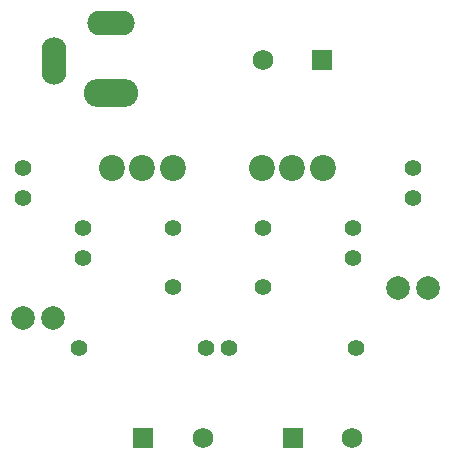
<source format=gts>
G04*
G04 #@! TF.GenerationSoftware,Altium Limited,Altium Designer,21.1.1 (26)*
G04*
G04 Layer_Color=8388736*
%FSLAX42Y42*%
%MOMM*%
G71*
G04*
G04 #@! TF.SameCoordinates,6A6C3286-DEE6-4DC7-8DC0-AF2A02889E3F*
G04*
G04*
G04 #@! TF.FilePolarity,Negative*
G04*
G01*
G75*
%ADD13C,2.00*%
%ADD14O,2.10X4.00*%
%ADD15O,4.00X2.10*%
%ADD16O,4.60X2.40*%
%ADD17C,1.73*%
%ADD18R,1.73X1.73*%
%ADD19C,1.40*%
%ADD20C,2.20*%
D13*
X254Y1524D02*
D03*
X508D02*
D03*
X3429Y1778D02*
D03*
X3683D02*
D03*
D14*
X522Y3696D02*
D03*
D15*
X1001Y4021D02*
D03*
D16*
Y3425D02*
D03*
D17*
X2290Y3710D02*
D03*
X3044Y508D02*
D03*
X1778D02*
D03*
D18*
X2790Y3710D02*
D03*
X2544Y508D02*
D03*
X1278D02*
D03*
D19*
X3048Y2286D02*
D03*
Y2032D02*
D03*
X2286Y2282D02*
D03*
Y1782D02*
D03*
X762Y2286D02*
D03*
Y2032D02*
D03*
X254Y2540D02*
D03*
Y2794D02*
D03*
X3079Y1270D02*
D03*
X2001D02*
D03*
X731D02*
D03*
X1809D02*
D03*
X3556Y2540D02*
D03*
Y2794D02*
D03*
X1524Y2282D02*
D03*
Y1782D02*
D03*
D20*
X2794Y2794D02*
D03*
X2539D02*
D03*
X2284D02*
D03*
X1524D02*
D03*
X1269D02*
D03*
X1014D02*
D03*
M02*

</source>
